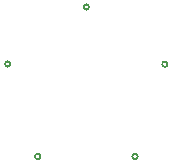
<source format=gbr>
G04 #@! TF.GenerationSoftware,KiCad,Pcbnew,5.0.2-bee76a0~70~ubuntu18.04.1*
G04 #@! TF.CreationDate,2019-06-24T09:08:42+02:00*
G04 #@! TF.ProjectId,GaudiPCR,47617564-6950-4435-922e-6b696361645f,rev?*
G04 #@! TF.SameCoordinates,Original*
G04 #@! TF.FileFunction,Legend,Top*
G04 #@! TF.FilePolarity,Positive*
%FSLAX46Y46*%
G04 Gerber Fmt 4.6, Leading zero omitted, Abs format (unit mm)*
G04 Created by KiCad (PCBNEW 5.0.2-bee76a0~70~ubuntu18.04.1) date Mo 24 Jun 2019 09:08:42 CEST*
%MOMM*%
%LPD*%
G01*
G04 APERTURE LIST*
%ADD10C,0.150000*%
G04 APERTURE END LIST*
D10*
X104341216Y-105663000D02*
G75*
G03X104341216Y-105663000I-226716J0D01*
G01*
X96112716Y-105663000D02*
G75*
G03X96112716Y-105663000I-226716J0D01*
G01*
X93568716Y-97837000D02*
G75*
G03X93568716Y-97837000I-226716J0D01*
G01*
X106883716Y-97837000D02*
G75*
G03X106883716Y-97837000I-226716J0D01*
G01*
X100226716Y-93000000D02*
G75*
G03X100226716Y-93000000I-226716J0D01*
G01*
M02*

</source>
